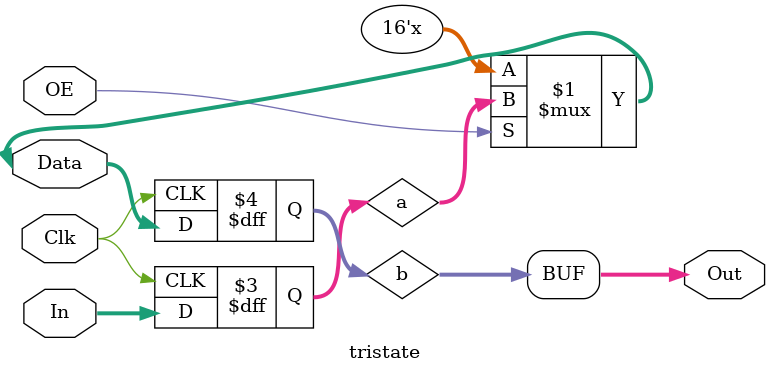
<source format=sv>

module tristate #(N = 16) (
	input wire Clk, OE,
	input [N-1:0] In,
	output logic [N-1:0] Out,
	inout wire [N-1:0] Data
);

	logic [N-1:0] a, b;

	assign Data = OE ? a : {N{1'bZ}};
	assign Out = b;

	always_ff @(posedge Clk)
	begin
		b <= Data;
		a <= In;
	end

endmodule

</source>
